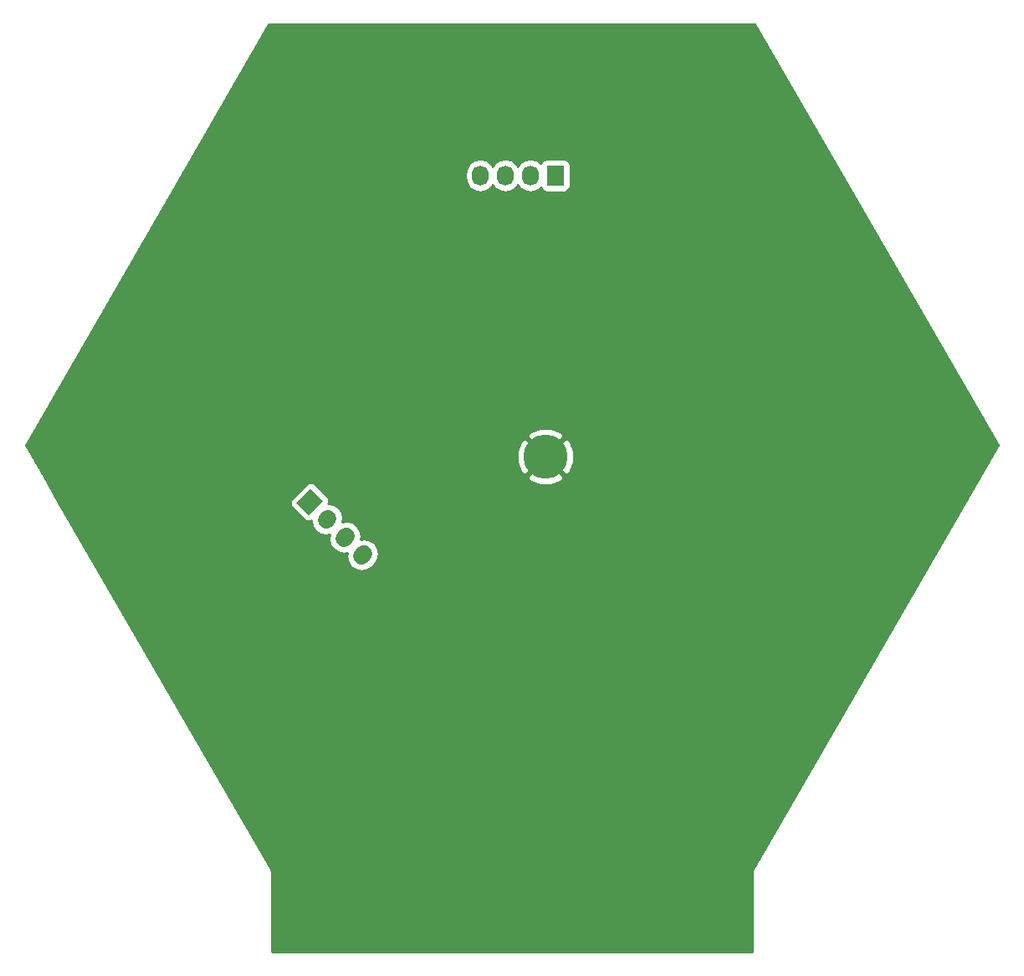
<source format=gbl>
G04 #@! TF.FileFunction,Copper,L2,Bot,Signal*
%FSLAX46Y46*%
G04 Gerber Fmt 4.6, Leading zero omitted, Abs format (unit mm)*
G04 Created by KiCad (PCBNEW 4.0.2+dfsg1-stable) date Fri 05 Oct 2018 02:53:01 AM EDT*
%MOMM*%
G01*
G04 APERTURE LIST*
%ADD10C,0.100000*%
%ADD11C,4.470400*%
%ADD12C,1.727200*%
%ADD13R,1.727200X2.032000*%
%ADD14O,1.727200X2.032000*%
%ADD15C,0.254000*%
G04 APERTURE END LIST*
D10*
D11*
X151892000Y-106172000D03*
D10*
G36*
X127908237Y-112073078D02*
X126686922Y-110851763D01*
X128123763Y-109414922D01*
X129345078Y-110636237D01*
X127908237Y-112073078D01*
X127908237Y-112073078D01*
G37*
D12*
X129704288Y-112647814D02*
X129919814Y-112432288D01*
X131500339Y-114443865D02*
X131715865Y-114228339D01*
X133296391Y-116239917D02*
X133511917Y-116024391D01*
D13*
X152908000Y-77724000D03*
D14*
X150368000Y-77724000D03*
X147828000Y-77724000D03*
X145288000Y-77724000D03*
D15*
G36*
X197710131Y-105003600D02*
X172907873Y-147962370D01*
X172893348Y-148005160D01*
X172868243Y-148042732D01*
X172850762Y-148130615D01*
X172821961Y-148215460D01*
X172824916Y-148260549D01*
X172816100Y-148304870D01*
X172816100Y-156280124D01*
X124186100Y-156280124D01*
X124186100Y-148304870D01*
X124177284Y-148260549D01*
X124180239Y-148215460D01*
X124151438Y-148130615D01*
X124133957Y-148042732D01*
X124108852Y-148005160D01*
X124094327Y-147962370D01*
X102663344Y-110842819D01*
X126039544Y-110842819D01*
X126087068Y-111095390D01*
X126229113Y-111309572D01*
X127450428Y-112530887D01*
X127648131Y-112665972D01*
X127899293Y-112720456D01*
X128151864Y-112672932D01*
X128187006Y-112649626D01*
X128182817Y-112670685D01*
X128296891Y-113244175D01*
X128621747Y-113730355D01*
X129107927Y-114055211D01*
X129681417Y-114169285D01*
X130052726Y-114095427D01*
X129978868Y-114466736D01*
X130092942Y-115040226D01*
X130417798Y-115526406D01*
X130903978Y-115851262D01*
X131477468Y-115965336D01*
X131848778Y-115891478D01*
X131774920Y-116262788D01*
X131888994Y-116836278D01*
X132213850Y-117322458D01*
X132700030Y-117647314D01*
X133273520Y-117761388D01*
X133847010Y-117647314D01*
X134333190Y-117322458D01*
X134594458Y-117061190D01*
X134919314Y-116575010D01*
X135033388Y-116001520D01*
X134919314Y-115428030D01*
X134594458Y-114941850D01*
X134108278Y-114616994D01*
X133534788Y-114502920D01*
X133163478Y-114576778D01*
X133237336Y-114205468D01*
X133123262Y-113631978D01*
X132798406Y-113145798D01*
X132312226Y-112820942D01*
X131738736Y-112706868D01*
X131367427Y-112780726D01*
X131441285Y-112409417D01*
X131327211Y-111835927D01*
X131002355Y-111349747D01*
X130516175Y-111024891D01*
X129942685Y-110910817D01*
X129925785Y-110914179D01*
X129937972Y-110896343D01*
X129992456Y-110645181D01*
X129944932Y-110392610D01*
X129802887Y-110178428D01*
X128581572Y-108957113D01*
X128383869Y-108822028D01*
X128132707Y-108767544D01*
X127880136Y-108815068D01*
X127665954Y-108957113D01*
X126229113Y-110393954D01*
X126094028Y-110591657D01*
X126039544Y-110842819D01*
X102663344Y-110842819D01*
X101147204Y-108216787D01*
X150026818Y-108216787D01*
X150276253Y-108611951D01*
X151332973Y-109044541D01*
X152474800Y-109039812D01*
X153507747Y-108611951D01*
X153757182Y-108216787D01*
X151892000Y-106351605D01*
X150026818Y-108216787D01*
X101147204Y-108216787D01*
X99643891Y-105612973D01*
X149019459Y-105612973D01*
X149024188Y-106754800D01*
X149452049Y-107787747D01*
X149847213Y-108037182D01*
X151712395Y-106172000D01*
X152071605Y-106172000D01*
X153936787Y-108037182D01*
X154331951Y-107787747D01*
X154764541Y-106731027D01*
X154759812Y-105589200D01*
X154331951Y-104556253D01*
X153936787Y-104306818D01*
X152071605Y-106172000D01*
X151712395Y-106172000D01*
X149847213Y-104306818D01*
X149452049Y-104556253D01*
X149019459Y-105612973D01*
X99643891Y-105612973D01*
X99292069Y-105003600D01*
X99798051Y-104127213D01*
X150026818Y-104127213D01*
X151892000Y-105992395D01*
X153757182Y-104127213D01*
X153507747Y-103732049D01*
X152451027Y-103299459D01*
X151309200Y-103304188D01*
X150276253Y-103732049D01*
X150026818Y-104127213D01*
X99798051Y-104127213D01*
X115148616Y-77539255D01*
X143789400Y-77539255D01*
X143789400Y-77908745D01*
X143903474Y-78482234D01*
X144228330Y-78968415D01*
X144714511Y-79293271D01*
X145288000Y-79407345D01*
X145861489Y-79293271D01*
X146347670Y-78968415D01*
X146558000Y-78653634D01*
X146768330Y-78968415D01*
X147254511Y-79293271D01*
X147828000Y-79407345D01*
X148401489Y-79293271D01*
X148887670Y-78968415D01*
X149098000Y-78653634D01*
X149308330Y-78968415D01*
X149794511Y-79293271D01*
X150368000Y-79407345D01*
X150941489Y-79293271D01*
X151427670Y-78968415D01*
X151437243Y-78954087D01*
X151441238Y-78975317D01*
X151580310Y-79191441D01*
X151792510Y-79336431D01*
X152044400Y-79387440D01*
X153771600Y-79387440D01*
X154006917Y-79343162D01*
X154223041Y-79204090D01*
X154368031Y-78991890D01*
X154419040Y-78740000D01*
X154419040Y-76708000D01*
X154374762Y-76472683D01*
X154235690Y-76256559D01*
X154023490Y-76111569D01*
X153771600Y-76060560D01*
X152044400Y-76060560D01*
X151809083Y-76104838D01*
X151592959Y-76243910D01*
X151447969Y-76456110D01*
X151439600Y-76497439D01*
X151427670Y-76479585D01*
X150941489Y-76154729D01*
X150368000Y-76040655D01*
X149794511Y-76154729D01*
X149308330Y-76479585D01*
X149098000Y-76794366D01*
X148887670Y-76479585D01*
X148401489Y-76154729D01*
X147828000Y-76040655D01*
X147254511Y-76154729D01*
X146768330Y-76479585D01*
X146558000Y-76794366D01*
X146347670Y-76479585D01*
X145861489Y-76154729D01*
X145288000Y-76040655D01*
X144714511Y-76154729D01*
X144228330Y-76479585D01*
X143903474Y-76965766D01*
X143789400Y-77539255D01*
X115148616Y-77539255D01*
X123896585Y-62387330D01*
X173105615Y-62387330D01*
X197710131Y-105003600D01*
X197710131Y-105003600D01*
G37*
X197710131Y-105003600D02*
X172907873Y-147962370D01*
X172893348Y-148005160D01*
X172868243Y-148042732D01*
X172850762Y-148130615D01*
X172821961Y-148215460D01*
X172824916Y-148260549D01*
X172816100Y-148304870D01*
X172816100Y-156280124D01*
X124186100Y-156280124D01*
X124186100Y-148304870D01*
X124177284Y-148260549D01*
X124180239Y-148215460D01*
X124151438Y-148130615D01*
X124133957Y-148042732D01*
X124108852Y-148005160D01*
X124094327Y-147962370D01*
X102663344Y-110842819D01*
X126039544Y-110842819D01*
X126087068Y-111095390D01*
X126229113Y-111309572D01*
X127450428Y-112530887D01*
X127648131Y-112665972D01*
X127899293Y-112720456D01*
X128151864Y-112672932D01*
X128187006Y-112649626D01*
X128182817Y-112670685D01*
X128296891Y-113244175D01*
X128621747Y-113730355D01*
X129107927Y-114055211D01*
X129681417Y-114169285D01*
X130052726Y-114095427D01*
X129978868Y-114466736D01*
X130092942Y-115040226D01*
X130417798Y-115526406D01*
X130903978Y-115851262D01*
X131477468Y-115965336D01*
X131848778Y-115891478D01*
X131774920Y-116262788D01*
X131888994Y-116836278D01*
X132213850Y-117322458D01*
X132700030Y-117647314D01*
X133273520Y-117761388D01*
X133847010Y-117647314D01*
X134333190Y-117322458D01*
X134594458Y-117061190D01*
X134919314Y-116575010D01*
X135033388Y-116001520D01*
X134919314Y-115428030D01*
X134594458Y-114941850D01*
X134108278Y-114616994D01*
X133534788Y-114502920D01*
X133163478Y-114576778D01*
X133237336Y-114205468D01*
X133123262Y-113631978D01*
X132798406Y-113145798D01*
X132312226Y-112820942D01*
X131738736Y-112706868D01*
X131367427Y-112780726D01*
X131441285Y-112409417D01*
X131327211Y-111835927D01*
X131002355Y-111349747D01*
X130516175Y-111024891D01*
X129942685Y-110910817D01*
X129925785Y-110914179D01*
X129937972Y-110896343D01*
X129992456Y-110645181D01*
X129944932Y-110392610D01*
X129802887Y-110178428D01*
X128581572Y-108957113D01*
X128383869Y-108822028D01*
X128132707Y-108767544D01*
X127880136Y-108815068D01*
X127665954Y-108957113D01*
X126229113Y-110393954D01*
X126094028Y-110591657D01*
X126039544Y-110842819D01*
X102663344Y-110842819D01*
X101147204Y-108216787D01*
X150026818Y-108216787D01*
X150276253Y-108611951D01*
X151332973Y-109044541D01*
X152474800Y-109039812D01*
X153507747Y-108611951D01*
X153757182Y-108216787D01*
X151892000Y-106351605D01*
X150026818Y-108216787D01*
X101147204Y-108216787D01*
X99643891Y-105612973D01*
X149019459Y-105612973D01*
X149024188Y-106754800D01*
X149452049Y-107787747D01*
X149847213Y-108037182D01*
X151712395Y-106172000D01*
X152071605Y-106172000D01*
X153936787Y-108037182D01*
X154331951Y-107787747D01*
X154764541Y-106731027D01*
X154759812Y-105589200D01*
X154331951Y-104556253D01*
X153936787Y-104306818D01*
X152071605Y-106172000D01*
X151712395Y-106172000D01*
X149847213Y-104306818D01*
X149452049Y-104556253D01*
X149019459Y-105612973D01*
X99643891Y-105612973D01*
X99292069Y-105003600D01*
X99798051Y-104127213D01*
X150026818Y-104127213D01*
X151892000Y-105992395D01*
X153757182Y-104127213D01*
X153507747Y-103732049D01*
X152451027Y-103299459D01*
X151309200Y-103304188D01*
X150276253Y-103732049D01*
X150026818Y-104127213D01*
X99798051Y-104127213D01*
X115148616Y-77539255D01*
X143789400Y-77539255D01*
X143789400Y-77908745D01*
X143903474Y-78482234D01*
X144228330Y-78968415D01*
X144714511Y-79293271D01*
X145288000Y-79407345D01*
X145861489Y-79293271D01*
X146347670Y-78968415D01*
X146558000Y-78653634D01*
X146768330Y-78968415D01*
X147254511Y-79293271D01*
X147828000Y-79407345D01*
X148401489Y-79293271D01*
X148887670Y-78968415D01*
X149098000Y-78653634D01*
X149308330Y-78968415D01*
X149794511Y-79293271D01*
X150368000Y-79407345D01*
X150941489Y-79293271D01*
X151427670Y-78968415D01*
X151437243Y-78954087D01*
X151441238Y-78975317D01*
X151580310Y-79191441D01*
X151792510Y-79336431D01*
X152044400Y-79387440D01*
X153771600Y-79387440D01*
X154006917Y-79343162D01*
X154223041Y-79204090D01*
X154368031Y-78991890D01*
X154419040Y-78740000D01*
X154419040Y-76708000D01*
X154374762Y-76472683D01*
X154235690Y-76256559D01*
X154023490Y-76111569D01*
X153771600Y-76060560D01*
X152044400Y-76060560D01*
X151809083Y-76104838D01*
X151592959Y-76243910D01*
X151447969Y-76456110D01*
X151439600Y-76497439D01*
X151427670Y-76479585D01*
X150941489Y-76154729D01*
X150368000Y-76040655D01*
X149794511Y-76154729D01*
X149308330Y-76479585D01*
X149098000Y-76794366D01*
X148887670Y-76479585D01*
X148401489Y-76154729D01*
X147828000Y-76040655D01*
X147254511Y-76154729D01*
X146768330Y-76479585D01*
X146558000Y-76794366D01*
X146347670Y-76479585D01*
X145861489Y-76154729D01*
X145288000Y-76040655D01*
X144714511Y-76154729D01*
X144228330Y-76479585D01*
X143903474Y-76965766D01*
X143789400Y-77539255D01*
X115148616Y-77539255D01*
X123896585Y-62387330D01*
X173105615Y-62387330D01*
X197710131Y-105003600D01*
M02*

</source>
